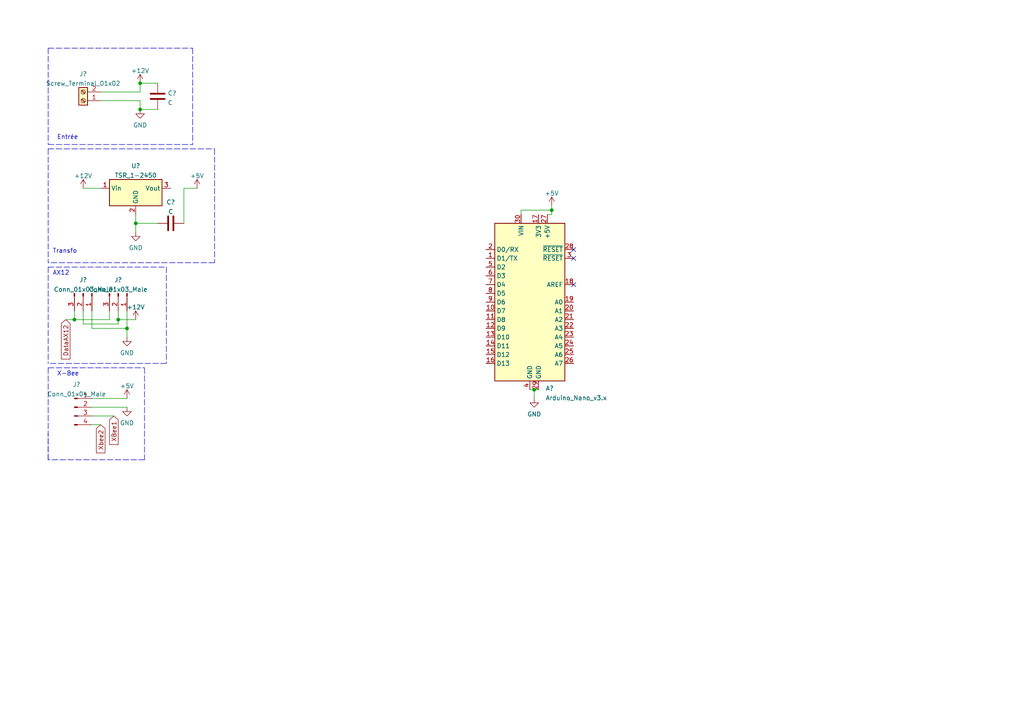
<source format=kicad_sch>
(kicad_sch (version 20211123) (generator eeschema)
  (paper "A4")
  (lib_symbols
    (symbol "Connector:Conn_01x03_Male" (pin_names (offset 1.016) hide)
      (property "Reference" "J" (at 0 5.08 0))
      (property "Value" "Conn_01x03_Male" (at 0 -5.08 0))
      (symbol "Conn_01x03_Male_1_1"
        (polyline (pts (xy 1.27 -2.54) (xy 0.8636 -2.54)) (stroke (width 0.1524)))
        (polyline (pts (xy 1.27 0) (xy 0.8636 0)) (stroke (width 0.1524)))
        (polyline (pts (xy 1.27 2.54) (xy 0.8636 2.54)) (stroke (width 0.1524)))
        (rectangle (start 0.8636 -2.413) (end 0 -2.667) (stroke (width 0.1524)) (fill (type outline)))
        (rectangle (start 0.8636 0.127) (end 0 -0.127) (stroke (width 0.1524)) (fill (type outline)))
        (rectangle (start 0.8636 2.667) (end 0 2.413) (stroke (width 0.1524)) (fill (type outline)))
        (pin passive line (at 5.08 2.54 180) (length 3.81) (name "Pin_1") (number "1"))
        (pin passive line (at 5.08 0 180) (length 3.81) (name "Pin_2") (number "2"))
        (pin passive line (at 5.08 -2.54 180) (length 3.81) (name "Pin_3") (number "3"))
      )
    )
    (symbol "Connector:Conn_01x04_Male" (pin_names (offset 1.016) hide)
      (property "Reference" "J" (at 0 5.08 0))
      (property "Value" "Conn_01x04_Male" (at 0 -7.62 0))
      (symbol "Conn_01x04_Male_1_1"
        (polyline (pts (xy 1.27 -5.08) (xy 0.8636 -5.08)) (stroke (width 0.1524)))
        (polyline (pts (xy 1.27 -2.54) (xy 0.8636 -2.54)) (stroke (width 0.1524)))
        (polyline (pts (xy 1.27 0) (xy 0.8636 0)) (stroke (width 0.1524)))
        (polyline (pts (xy 1.27 2.54) (xy 0.8636 2.54)) (stroke (width 0.1524)))
        (rectangle (start 0.8636 -4.953) (end 0 -5.207) (stroke (width 0.1524)) (fill (type outline)))
        (rectangle (start 0.8636 -2.413) (end 0 -2.667) (stroke (width 0.1524)) (fill (type outline)))
        (rectangle (start 0.8636 0.127) (end 0 -0.127) (stroke (width 0.1524)) (fill (type outline)))
        (rectangle (start 0.8636 2.667) (end 0 2.413) (stroke (width 0.1524)) (fill (type outline)))
        (pin passive line (at 5.08 2.54 180) (length 3.81) (name "Pin_1") (number "1"))
        (pin passive line (at 5.08 0 180) (length 3.81) (name "Pin_2") (number "2"))
        (pin passive line (at 5.08 -2.54 180) (length 3.81) (name "Pin_3") (number "3"))
        (pin passive line (at 5.08 -5.08 180) (length 3.81) (name "Pin_4") (number "4"))
      )
    )
    (symbol "Connector:Screw_Terminal_01x02" (pin_names (offset 1.016) hide)
      (property "Reference" "J" (at 0 2.54 0))
      (property "Value" "Screw_Terminal_01x02" (at 0 -5.08 0))
      (symbol "Screw_Terminal_01x02_1_1"
        (rectangle (start -1.27 1.27) (end 1.27 -3.81) (stroke (width 0.254)) (fill (type background)))
        (circle (center 0 -2.54) (radius 0.635) (stroke (width 0.1524)))
        (polyline (pts (xy -0.5334 -2.2098) (xy 0.3302 -3.048)) (stroke (width 0.1524)))
        (polyline (pts (xy -0.5334 0.3302) (xy 0.3302 -0.508)) (stroke (width 0.1524)))
        (polyline (pts (xy -0.3556 -2.032) (xy 0.508 -2.8702)) (stroke (width 0.1524)))
        (polyline (pts (xy -0.3556 0.508) (xy 0.508 -0.3302)) (stroke (width 0.1524)))
        (circle (center 0 0) (radius 0.635) (stroke (width 0.1524)))
        (pin passive line (at -5.08 0 0) (length 3.81) (name "Pin_1") (number "1"))
        (pin passive line (at -5.08 -2.54 0) (length 3.81) (name "Pin_2") (number "2"))
      )
    )
    (symbol "Device:C" (pin_numbers hide) (pin_names (offset 0.254))
      (property "Reference" "C" (at 0.635 2.54 0))
      (property "Value" "C" (at 0.635 -2.54 0))
      (symbol "C_0_1"
        (polyline (pts (xy -2.032 -0.762) (xy 2.032 -0.762)) (stroke (width 0.508)))
        (polyline (pts (xy -2.032 0.762) (xy 2.032 0.762)) (stroke (width 0.508)))
      )
      (symbol "C_1_1"
        (pin passive line (at 0 3.81 270) (length 2.794) (name "~") (number "1"))
        (pin passive line (at 0 -3.81 90) (length 2.794) (name "~") (number "2"))
      )
    )
    (symbol "MCU_Module:Arduino_Nano_v3.x"
      (property "Reference" "A" (at -10.16 23.495 0))
      (property "Value" "Arduino_Nano_v3.x" (at 5.08 -24.13 0))
      (symbol "Arduino_Nano_v3.x_0_1"
        (rectangle (start -10.16 22.86) (end 10.16 -22.86) (stroke (width 0.254)) (fill (type background)))
      )
      (symbol "Arduino_Nano_v3.x_1_1"
        (pin bidirectional line (at -12.7 12.7 0) (length 2.54) (name "D1/TX") (number "1"))
        (pin bidirectional line (at -12.7 -2.54 0) (length 2.54) (name "D7") (number "10"))
        (pin bidirectional line (at -12.7 -5.08 0) (length 2.54) (name "D8") (number "11"))
        (pin bidirectional line (at -12.7 -7.62 0) (length 2.54) (name "D9") (number "12"))
        (pin bidirectional line (at -12.7 -10.16 0) (length 2.54) (name "D10") (number "13"))
        (pin bidirectional line (at -12.7 -12.7 0) (length 2.54) (name "D11") (number "14"))
        (pin bidirectional line (at -12.7 -15.24 0) (length 2.54) (name "D12") (number "15"))
        (pin bidirectional line (at -12.7 -17.78 0) (length 2.54) (name "D13") (number "16"))
        (pin power_out line (at 2.54 25.4 270) (length 2.54) (name "3V3") (number "17"))
        (pin input line (at 12.7 5.08 180) (length 2.54) (name "AREF") (number "18"))
        (pin bidirectional line (at 12.7 0 180) (length 2.54) (name "A0") (number "19"))
        (pin bidirectional line (at -12.7 15.24 0) (length 2.54) (name "D0/RX") (number "2"))
        (pin bidirectional line (at 12.7 -2.54 180) (length 2.54) (name "A1") (number "20"))
        (pin bidirectional line (at 12.7 -5.08 180) (length 2.54) (name "A2") (number "21"))
        (pin bidirectional line (at 12.7 -7.62 180) (length 2.54) (name "A3") (number "22"))
        (pin bidirectional line (at 12.7 -10.16 180) (length 2.54) (name "A4") (number "23"))
        (pin bidirectional line (at 12.7 -12.7 180) (length 2.54) (name "A5") (number "24"))
        (pin bidirectional line (at 12.7 -15.24 180) (length 2.54) (name "A6") (number "25"))
        (pin bidirectional line (at 12.7 -17.78 180) (length 2.54) (name "A7") (number "26"))
        (pin power_out line (at 5.08 25.4 270) (length 2.54) (name "+5V") (number "27"))
        (pin input line (at 12.7 15.24 180) (length 2.54) (name "~{RESET}") (number "28"))
        (pin power_in line (at 2.54 -25.4 90) (length 2.54) (name "GND") (number "29"))
        (pin input line (at 12.7 12.7 180) (length 2.54) (name "~{RESET}") (number "3"))
        (pin power_in line (at -2.54 25.4 270) (length 2.54) (name "VIN") (number "30"))
        (pin power_in line (at 0 -25.4 90) (length 2.54) (name "GND") (number "4"))
        (pin bidirectional line (at -12.7 10.16 0) (length 2.54) (name "D2") (number "5"))
        (pin bidirectional line (at -12.7 7.62 0) (length 2.54) (name "D3") (number "6"))
        (pin bidirectional line (at -12.7 5.08 0) (length 2.54) (name "D4") (number "7"))
        (pin bidirectional line (at -12.7 2.54 0) (length 2.54) (name "D5") (number "8"))
        (pin bidirectional line (at -12.7 0 0) (length 2.54) (name "D6") (number "9"))
      )
    )
    (symbol "Regulator_Switching:TSR_1-2450"
      (property "Reference" "U" (at -7.62 6.35 0))
      (property "Value" "TSR_1-2450" (at -1.27 6.35 0))
      (symbol "TSR_1-2450_0_1"
        (rectangle (start -7.62 5.08) (end 7.62 -2.54) (stroke (width 0.254)) (fill (type background)))
      )
      (symbol "TSR_1-2450_1_1"
        (pin power_in line (at -10.16 2.54 0) (length 2.54) (name "Vin") (number "1"))
        (pin power_in line (at 0 -5.08 90) (length 2.54) (name "GND") (number "2"))
        (pin power_out line (at 10.16 2.54 180) (length 2.54) (name "Vout") (number "3"))
      )
    )
    (symbol "power:+12V" (power) (pin_names (offset 0))
      (property "Value" "+12V" (at 0 3.556 0))
      (symbol "+12V_0_1"
        (polyline (pts (xy -0.762 1.27) (xy 0 2.54)))
        (polyline (pts (xy 0 0) (xy 0 2.54)))
        (polyline (pts (xy 0 2.54) (xy 0.762 1.27)))
      )
      (symbol "+12V_1_1"
        (pin power_in line (at 0 0 90) (length 0) hide (name "+12V") (number "1"))
      )
    )
    (symbol "power:+5V" (power) (pin_names (offset 0))
      (property "Value" "+5V" (at 0 3.556 0))
      (symbol "+5V_0_1"
        (polyline (pts (xy -0.762 1.27) (xy 0 2.54)))
        (polyline (pts (xy 0 0) (xy 0 2.54)))
        (polyline (pts (xy 0 2.54) (xy 0.762 1.27)))
      )
      (symbol "+5V_1_1"
        (pin power_in line (at 0 0 90) (length 0) hide (name "+5V") (number "1"))
      )
    )
    (symbol "power:GND" (power) (pin_names (offset 0))
      (property "Value" "GND" (at 0 -3.81 0))
      (symbol "GND_0_1"
        (polyline (pts (xy 0 0) (xy 0 -1.27) (xy 1.27 -1.27) (xy 0 -2.54) (xy -1.27 -1.27) (xy 0 -1.27)))
      )
      (symbol "GND_1_1"
        (pin power_in line (at 0 0 270) (length 0) hide (name "GND") (number "1"))
      )
    )
  )
  (junction (at 39.37 64.77))
  (junction (at 154.94 113.03))
  (junction (at 34.29 92.71))
  (junction (at 40.64 24.13))
  (junction (at 36.83 95.25))
  (junction (at 40.64 31.75))
  (junction (at 21.59 92.71))
  (junction (at 160.02 60.96))
  (no_connect (at 166.37 82.55))
  (no_connect (at 166.37 74.93))
  (no_connect (at 166.37 72.39))
  (wire (pts (xy 39.37 62.23) (xy 39.37 64.77)))
  (wire (pts (xy 34.29 93.98) (xy 24.13 93.98)))
  (wire (pts (xy 26.67 120.65) (xy 33.02 120.65)))
  (wire (pts (xy 21.59 90.17) (xy 21.59 92.71)))
  (polyline (pts (xy 48.26 77.47) (xy 48.26 105.41)))
  (wire (pts (xy 53.34 54.61) (xy 57.15 54.61)))
  (wire (pts (xy 160.02 59.69) (xy 160.02 60.96)))
  (polyline (pts (xy 13.97 77.47) (xy 48.26 77.47)))
  (polyline (pts (xy 13.97 133.35) (xy 13.97 125.73)))
  (wire (pts (xy 36.83 95.25) (xy 26.67 95.25)))
  (wire (pts (xy 24.13 54.61) (xy 29.21 54.61)))
  (wire (pts (xy 40.64 26.67) (xy 40.64 24.13)))
  (wire (pts (xy 53.34 64.77) (xy 53.34 54.61)))
  (wire (pts (xy 36.83 90.17) (xy 36.83 95.25)))
  (wire (pts (xy 158.75 62.23) (xy 160.02 62.23)))
  (wire (pts (xy 29.21 29.21) (xy 40.64 29.21)))
  (polyline (pts (xy 13.97 43.18) (xy 13.97 76.2)))
  (wire (pts (xy 40.64 24.13) (xy 45.72 24.13)))
  (wire (pts (xy 34.29 92.71) (xy 34.29 93.98)))
  (wire (pts (xy 39.37 64.77) (xy 39.37 67.31)))
  (wire (pts (xy 24.13 93.98) (xy 24.13 90.17)))
  (polyline (pts (xy 62.23 76.2) (xy 13.97 76.2)))
  (polyline (pts (xy 13.97 77.47) (xy 13.97 105.41)))
  (wire (pts (xy 39.37 64.77) (xy 45.72 64.77)))
  (polyline (pts (xy 55.88 13.97) (xy 55.88 41.91)))
  (wire (pts (xy 160.02 60.96) (xy 160.02 62.23)))
  (wire (pts (xy 154.94 113.03) (xy 156.21 113.03)))
  (wire (pts (xy 19.05 92.71) (xy 21.59 92.71)))
  (polyline (pts (xy 13.97 43.18) (xy 62.23 43.18)))
  (wire (pts (xy 153.67 113.03) (xy 154.94 113.03)))
  (wire (pts (xy 26.67 90.17) (xy 26.67 95.25)))
  (wire (pts (xy 34.29 92.71) (xy 39.37 92.71)))
  (polyline (pts (xy 41.91 106.68) (xy 41.91 133.35)))
  (polyline (pts (xy 13.97 13.97) (xy 55.88 13.97)))
  (polyline (pts (xy 62.23 43.18) (xy 62.23 76.2)))
  (polyline (pts (xy 41.91 133.35) (xy 13.97 133.35)))
  (polyline (pts (xy 48.26 105.41) (xy 13.97 105.41)))
  (wire (pts (xy 31.75 90.17) (xy 31.75 92.71)))
  (wire (pts (xy 26.67 115.57) (xy 36.83 115.57)))
  (wire (pts (xy 29.21 26.67) (xy 40.64 26.67)))
  (wire (pts (xy 26.67 118.11) (xy 36.83 118.11)))
  (polyline (pts (xy 13.97 106.68) (xy 41.91 106.68)))
  (wire (pts (xy 36.83 95.25) (xy 36.83 97.79)))
  (wire (pts (xy 40.64 29.21) (xy 40.64 31.75)))
  (wire (pts (xy 31.75 92.71) (xy 21.59 92.71)))
  (polyline (pts (xy 13.97 41.91) (xy 55.88 41.91)))
  (polyline (pts (xy 13.97 106.68) (xy 13.97 133.35)))
  (wire (pts (xy 34.29 90.17) (xy 34.29 92.71)))
  (wire (pts (xy 26.67 123.19) (xy 29.21 123.19)))
  (wire (pts (xy 151.13 60.96) (xy 160.02 60.96)))
  (wire (pts (xy 154.94 113.03) (xy 154.94 115.57)))
  (wire (pts (xy 151.13 62.23) (xy 151.13 60.96)))
  (polyline (pts (xy 13.97 13.97) (xy 13.97 41.91)))
  (wire (pts (xy 45.72 31.75) (xy 40.64 31.75)))
  (text "Transfo" (at 15.24 73.66 0) (effects (font (size 1.27 1.27)) (justify left bottom)))
  (text "X-Bee" (at 16.51 109.22 0) (effects (font (size 1.27 1.27)) (justify left bottom)))
  (text "AX12" (at 15.24 80.01 0) (effects (font (size 1.27 1.27)) (justify left bottom)))
  (text "Entrée" (at 16.51 40.64 0) (effects (font (size 1.27 1.27)) (justify left bottom)))
  (global_label "DataAX12" (shape input) (at 19.05 92.71 270) (property "Intersheet References" "${INTERSHEET_REFS}" (effects hide)))
  (global_label "XBee1" (shape input) (at 33.02 120.65 270) (property "Intersheet References" "${INTERSHEET_REFS}" (effects hide)))
  (global_label "Xbee2" (shape input) (at 29.21 123.19 270) (property "Intersheet References" "${INTERSHEET_REFS}" (effects hide)))
  (symbol (lib_id "power:+5V") (at 36.83 115.57 0) (unit 1)
    (property "Reference" "#PWR?" (effects hide))
    (property "Value" "+5V" (at 36.83 111.9655 0))
  )
  (symbol (lib_id "power:+5V") (at 160.02 59.69 0) (unit 1)
    (property "Reference" "#PWR?" (effects hide))
    (property "Value" "+5V" (at 160.02 56.0855 0))
  )
  (symbol (lib_id "Connector:Screw_Terminal_01x02") (at 24.13 29.21 180) (unit 1)
    (property "Reference" "J?" (at 24.13 21.4335 0))
    (property "Value" "Screw_Terminal_01x02" (at 24.13 24.2086 0))
  )
  (symbol (lib_id "Device:C") (at 45.72 27.94 0) (unit 1)
    (property "Reference" "C?" (at 48.641 27.0315 0) (effects (justify left)))
    (property "Value" "C" (at 48.641 29.8066 0) (effects (justify left)))
  )
  (symbol (lib_id "power:GND") (at 40.64 31.75 0) (unit 1)
    (property "Reference" "#PWR?" (effects hide))
    (property "Value" "GND" (at 40.64 36.3125 0))
  )
  (symbol (lib_id "power:+5V") (at 57.15 54.61 0) (unit 1)
    (property "Reference" "#PWR?" (effects hide))
    (property "Value" "+5V" (at 57.15 51.0055 0))
  )
  (symbol (lib_id "Connector:Conn_01x04_Male") (at 21.59 118.11 0) (unit 1)
    (property "Reference" "J?" (at 22.225 111.5273 0))
    (property "Value" "Conn_01x04_Male" (at 22.225 114.3024 0))
  )
  (symbol (lib_id "Device:C") (at 49.53 64.77 90) (unit 1)
    (property "Reference" "C?" (at 49.53 58.6445 90))
    (property "Value" "C" (at 49.53 61.4196 90))
  )
  (symbol (lib_id "Regulator_Switching:TSR_1-2450") (at 39.37 57.15 0) (unit 1)
    (property "Reference" "U?" (at 39.37 48.1035 0))
    (property "Value" "TSR_1-2450" (at 39.37 50.8786 0))
    (property "Footprint" "Converter_DCDC:Converter_DCDC_TRACO_TSR-1_THT" (effects hide))
    (property "Datasheet" "http://www.tracopower.com/products/tsr1.pdf" (effects hide))
  )
  (symbol (lib_id "power:+12V") (at 40.64 24.13 0) (unit 1)
    (property "Reference" "#PWR?" (effects hide))
    (property "Value" "+12V" (at 40.64 20.5255 0))
  )
  (symbol (lib_id "power:GND") (at 39.37 67.31 0) (unit 1)
    (property "Reference" "#PWR?" (effects hide))
    (property "Value" "GND" (at 39.37 71.8725 0))
  )
  (symbol (lib_id "Connector:Conn_01x03_Male") (at 34.29 85.09 270) (unit 1)
    (property "Reference" "J?" (at 34.29 81.1743 90))
    (property "Value" "Conn_01x03_Male" (at 34.29 83.9494 90))
  )
  (symbol (lib_id "power:GND") (at 36.83 97.79 0) (unit 1)
    (property "Reference" "#PWR?" (effects hide))
    (property "Value" "GND" (at 36.83 102.3525 0))
  )
  (symbol (lib_id "Connector:Conn_01x03_Male") (at 24.13 85.09 270) (unit 1)
    (property "Reference" "J?" (at 24.13 81.1743 90))
    (property "Value" "Conn_01x03_Male" (at 24.13 83.9494 90))
  )
  (symbol (lib_id "power:GND") (at 154.94 115.57 0) (unit 1)
    (property "Reference" "#PWR?" (effects hide))
    (property "Value" "GND" (at 154.94 120.1325 0))
  )
  (symbol (lib_id "MCU_Module:Arduino_Nano_v3.x") (at 153.67 87.63 0) (unit 1)
    (property "Reference" "A?" (at 158.2294 112.6395 0) (effects (justify left)))
    (property "Value" "Arduino_Nano_v3.x" (at 158.2294 115.4146 0) (effects (justify left)))
    (property "Footprint" "Module:Arduino_Nano" (effects hide))
    (property "Datasheet" "http://www.mouser.com/pdfdocs/Gravitech_Arduino_Nano3_0.pdf" (effects hide))
  )
  (symbol (lib_id "power:GND") (at 36.83 118.11 0) (unit 1)
    (property "Reference" "#PWR?" (effects hide))
    (property "Value" "GND" (at 36.83 122.6725 0))
  )
  (symbol (lib_id "power:+12V") (at 39.37 92.71 0) (unit 1)
    (property "Reference" "#PWR?" (effects hide))
    (property "Value" "+12V" (at 39.37 89.1055 0))
  )
  (symbol (lib_id "power:+12V") (at 24.13 54.61 0) (unit 1)
    (property "Reference" "#PWR?" (effects hide))
    (property "Value" "+12V" (at 24.13 51.0055 0))
  )
)
</source>
